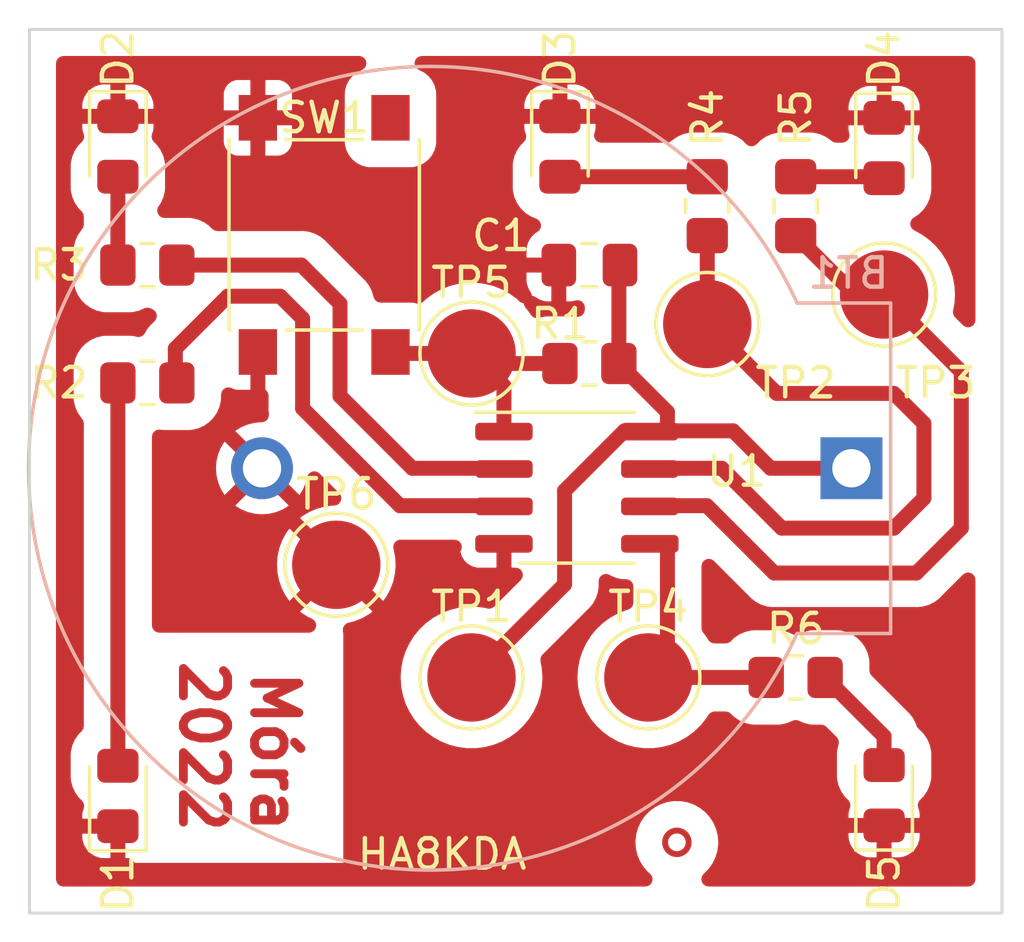
<source format=kicad_pcb>
(kicad_pcb (version 20211014) (generator pcbnew)
  (layers (0 "F.Cu" signal) (31 "B.Cu" signal) (34 "B.Paste" user) (35 "F.Paste" user) (36 "B.SilkS" user "B.Silkscreen") (37 "F.SilkS" user "F.Silkscreen") (38 "B.Mask" user) (39 "F.Mask" user) (44 "Edge.Cuts" user))
  (net 0 "")
  (net 1 "+3V0")
  (net 2 "GND")
  (net 3 "Net-(D1-Pad2)")
  (net 4 "Net-(D2-Pad2)")
  (net 5 "Net-(D3-Pad2)")
  (net 6 "Net-(D4-Pad2)")
  (net 7 "Net-(D5-Pad2)")
  (net 8 "/reset")
  (net 9 "Net-(R2-Pad1)")
  (net 10 "Net-(R3-Pad1)")
  (net 11 "/SCK")
  (net 12 "/SDO")
  (net 13 "/SDI")
  (footprint "Resistor_SMD:R_0805_2012Metric_Pad1.20x1.40mm_HandSolder" (layer "F.Cu") (at 129 80)
    (fp_text reference "R6" (at 0 -1.65) (layer "F.SilkS"))
    (fp_text value "120")
    (fp_line (start -0.227064 0.735) (end 0.227064 0.735) (layer "F.SilkS") (width 0.12))
    (fp_line (start -0.227064 -0.735) (end 0.227064 -0.735) (layer "F.SilkS") (width 0.12))
    (pad "1" smd roundrect (at -1 0) (size 1.2 1.4) (layers "F.Cu" "F.Paste" "F.Mask") (roundrect_rratio 0.208333) (net 13 "/SDI"))
    (pad "2" smd roundrect (at 1 0) (size 1.2 1.4) (layers "F.Cu" "F.Paste" "F.Mask") (roundrect_rratio 0.208333) (net 7 "Net-(D5-Pad2)"))
  )
  (footprint "Resistor_SMD:R_0805_2012Metric_Pad1.20x1.40mm_HandSolder" (layer "F.Cu") (at 129 64 90)
    (fp_text reference "R5" (at 3 0 90) (layer "F.SilkS"))
    (fp_text value "120")
    (fp_line (start -0.227064 -0.735) (end 0.227064 -0.735) (layer "F.SilkS") (width 0.12))
    (fp_line (start -0.227064 0.735) (end 0.227064 0.735) (layer "F.SilkS") (width 0.12))
    (pad "1" smd roundrect (at -1 0 90) (size 1.2 1.4) (layers "F.Cu" "F.Paste" "F.Mask") (roundrect_rratio 0.208333) (net 12 "/SDO"))
    (pad "2" smd roundrect (at 1 0 90) (size 1.2 1.4) (layers "F.Cu" "F.Paste" "F.Mask") (roundrect_rratio 0.208333) (net 6 "Net-(D4-Pad2)"))
  )
  (footprint "TestPoint:TestPoint_Pad_D3.0mm" (layer "F.Cu") (at 113.411 76.1746)
    (fp_text reference "TP6" (at 0 -2.398) (layer "F.SilkS"))
    (fp_text value "TestPoint")
    (fp_circle (center 0 0) (end 0 1.75) (layer "F.SilkS") (width 0.12) (fill none))
    (pad "1" smd circle (at 0 0) (size 3 3) (layers "F.Cu" "F.Mask") (net 2 "GND"))
  )
  (footprint "TestPoint:TestPoint_Pad_D3.0mm" (layer "F.Cu") (at 132 67)
    (fp_text reference "TP3" (at 1.75 3) (layer "F.SilkS"))
    (fp_text value "TestPoint")
    (fp_circle (center 0 0) (end 0 1.75) (layer "F.SilkS") (width 0.12) (fill none))
    (pad "1" smd circle (at 0 0) (size 3 3) (layers "F.Cu" "F.Mask") (net 12 "/SDO"))
  )
  (footprint "TestPoint:TestPoint_Pad_D3.0mm" (layer "F.Cu") (at 124 80)
    (fp_text reference "TP4" (at 0 -2.398) (layer "F.SilkS"))
    (fp_text value "TestPoint")
    (fp_circle (center 0 0) (end 0 1.75) (layer "F.SilkS") (width 0.12) (fill none))
    (pad "1" smd circle (at 0 0) (size 3 3) (layers "F.Cu" "F.Mask") (net 13 "/SDI"))
  )
  (footprint "Resistor_SMD:R_0805_2012Metric_Pad1.20x1.40mm_HandSolder" (layer "F.Cu") (at 126 64 90)
    (fp_text reference "R4" (at 3 0 90) (layer "F.SilkS"))
    (fp_text value "120")
    (fp_line (start -0.227064 -0.735) (end 0.227064 -0.735) (layer "F.SilkS") (width 0.12))
    (fp_line (start -0.227064 0.735) (end 0.227064 0.735) (layer "F.SilkS") (width 0.12))
    (pad "1" smd roundrect (at -1 0 90) (size 1.2 1.4) (layers "F.Cu" "F.Paste" "F.Mask") (roundrect_rratio 0.208333) (net 11 "/SCK"))
    (pad "2" smd roundrect (at 1 0 90) (size 1.2 1.4) (layers "F.Cu" "F.Paste" "F.Mask") (roundrect_rratio 0.208333) (net 5 "Net-(D3-Pad2)"))
  )
  (footprint "LED_SMD:LED_0805_2012Metric_Pad1.15x1.40mm_HandSolder" (layer "F.Cu") (at 132 62.025 -90)
    (fp_text reference "D4" (at -3.025 0 90) (layer "F.SilkS"))
    (fp_text value "yellow")
    (fp_line (start -1.86 -0.96) (end -1.86 0.96) (layer "F.SilkS") (width 0.12))
    (fp_line (start 1 -0.96) (end -1.86 -0.96) (layer "F.SilkS") (width 0.12))
    (fp_line (start -1.86 0.96) (end 1 0.96) (layer "F.SilkS") (width 0.12))
    (pad "1" smd roundrect (at -1.025 0 270) (size 1.15 1.4) (layers "F.Cu" "F.Paste" "F.Mask") (roundrect_rratio 0.217391) (net 2 "GND"))
    (pad "2" smd roundrect (at 1.025 0 270) (size 1.15 1.4) (layers "F.Cu" "F.Paste" "F.Mask") (roundrect_rratio 0.217391) (net 6 "Net-(D4-Pad2)"))
  )
  (footprint "TestPoint:TestPoint_Pad_D3.0mm" (layer "F.Cu") (at 118 80)
    (fp_text reference "TP1" (at 0 -2.398) (layer "F.SilkS"))
    (fp_text value "TestPoint")
    (fp_circle (center 0 0) (end 0 1.75) (layer "F.SilkS") (width 0.12) (fill none))
    (pad "1" smd circle (at 0 0) (size 3 3) (layers "F.Cu" "F.Mask") (net 1 "+3V0"))
  )
  (footprint "TestPoint:TestPoint_Pad_D3.0mm" (layer "F.Cu") (at 126 68)
    (fp_text reference "TP2" (at 3 2) (layer "F.SilkS"))
    (fp_text value "TestPoint")
    (fp_circle (center 0 0) (end 0 1.75) (layer "F.SilkS") (width 0.12) (fill none))
    (pad "1" smd circle (at 0 0) (size 3 3) (layers "F.Cu" "F.Mask") (net 11 "/SCK"))
  )
  (footprint "TestPoint:TestPoint_Pad_D3.0mm" (layer "F.Cu") (at 118 69)
    (fp_text reference "TP5" (at 0 -2.398) (layer "F.SilkS"))
    (fp_text value "TestPoint")
    (fp_circle (center 0 0) (end 0 1.75) (layer "F.SilkS") (width 0.12) (fill none))
    (pad "1" smd circle (at 0 0) (size 3 3) (layers "F.Cu" "F.Mask") (net 8 "/reset"))
  )
  (footprint "Package_SO:SOIC-8_3.9x4.9mm_P1.27mm" (layer "F.Cu") (at 121.5756 73.5584)
    (fp_text reference "U1" (at 5.4244 -0.5584) (layer "F.SilkS"))
    (fp_text value "ATtiny13A-SS")
    (fp_line (start 0 -2.56) (end -3.45 -2.56) (layer "F.SilkS") (width 0.12))
    (fp_line (start 0 2.56) (end 1.95 2.56) (layer "F.SilkS") (width 0.12))
    (fp_line (start 0 2.56) (end -1.95 2.56) (layer "F.SilkS") (width 0.12))
    (fp_line (start 0 -2.56) (end 1.95 -2.56) (layer "F.SilkS") (width 0.12))
    (pad "1" smd roundrect (at -2.475 -1.905) (size 1.95 0.6) (layers "F.Cu" "F.Paste" "F.Mask") (net 8 "/reset"))
    (pad "2" smd roundrect (at -2.475 -0.635) (size 1.95 0.6) (layers "F.Cu" "F.Paste" "F.Mask") (net 10 "Net-(R3-Pad1)"))
    (pad "3" smd roundrect (at -2.475 0.635) (size 1.95 0.6) (layers "F.Cu" "F.Paste" "F.Mask") (net 9 "Net-(R2-Pad1)"))
    (pad "4" smd roundrect (at -2.475 1.905) (size 1.95 0.6) (layers "F.Cu" "F.Paste" "F.Mask") (net 2 "GND"))
    (pad "5" smd roundrect (at 2.475 1.905) (size 1.95 0.6) (layers "F.Cu" "F.Paste" "F.Mask") (net 13 "/SDI"))
    (pad "6" smd roundrect (at 2.475 0.635) (size 1.95 0.6) (layers "F.Cu" "F.Paste" "F.Mask") (net 12 "/SDO"))
    (pad "7" smd roundrect (at 2.475 -0.635) (size 1.95 0.6) (layers "F.Cu" "F.Paste" "F.Mask") (net 11 "/SCK"))
    (pad "8" smd roundrect (at 2.475 -1.905) (size 1.95 0.6) (layers "F.Cu" "F.Paste" "F.Mask") (net 1 "+3V0"))
  )
  (footprint "Button_Switch_SMD:SW_Push_1P1T_NO_6x6mm_H9.5mm" (layer "F.Cu") (at 113 64.975 90)
    (fp_text reference "SW1" (at 3.975 0 180) (layer "F.SilkS"))
    (fp_text value "reset")
    (fp_line (start -3.23 -1.3) (end -3.23 1.3) (layer "F.SilkS") (width 0.12))
    (fp_line (start 3.23 -1.3) (end 3.23 1.3) (layer "F.SilkS") (width 0.12))
    (fp_line (start 3.23 3.23) (end 3.23 3.2) (layer "F.SilkS") (width 0.12))
    (fp_line (start -3.23 -3.23) (end 3.23 -3.23) (layer "F.SilkS") (width 0.12))
    (fp_line (start -3.23 -3.2) (end -3.23 -3.23) (layer "F.SilkS") (width 0.12))
    (fp_line (start -3.23 3.23) (end 3.23 3.23) (layer "F.SilkS") (width 0.12))
    (fp_line (start 3.23 -3.23) (end 3.23 -3.2) (layer "F.SilkS") (width 0.12))
    (fp_line (start -3.23 3.23) (end -3.23 3.2) (layer "F.SilkS") (width 0.12))
    (pad "1" smd rect (at 3.975 -2.25 90) (size 1.55 1.3) (layers "F.Cu" "F.Paste" "F.Mask") (net 2 "GND"))
    (pad "1" smd rect (at -3.975 -2.25 90) (size 1.55 1.3) (layers "F.Cu" "F.Paste" "F.Mask") (net 2 "GND"))
    (pad "2" smd rect (at 3.975 2.25 90) (size 1.55 1.3) (layers "F.Cu" "F.Paste" "F.Mask") (net 8 "/reset"))
    (pad "2" smd rect (at -3.975 2.25 90) (size 1.55 1.3) (layers "F.Cu" "F.Paste" "F.Mask") (net 8 "/reset"))
  )
  (footprint "Resistor_SMD:R_0805_2012Metric_Pad1.20x1.40mm_HandSolder" (layer "F.Cu") (at 122 69.342 180)
    (fp_text reference "R1" (at 1 1.342) (layer "F.SilkS"))
    (fp_text value "9k1")
    (fp_line (start -0.227064 0.735) (end 0.227064 0.735) (layer "F.SilkS") (width 0.12))
    (fp_line (start -0.227064 -0.735) (end 0.227064 -0.735) (layer "F.SilkS") (width 0.12))
    (pad "1" smd roundrect (at -1 0 180) (size 1.2 1.4) (layers "F.Cu" "F.Paste" "F.Mask") (roundrect_rratio 0.208333) (net 1 "+3V0"))
    (pad "2" smd roundrect (at 1 0 180) (size 1.2 1.4) (layers "F.Cu" "F.Paste" "F.Mask") (roundrect_rratio 0.208333) (net 8 "/reset"))
  )
  (footprint "LED_SMD:LED_0805_2012Metric_Pad1.15x1.40mm_HandSolder" (layer "F.Cu") (at 106 84.025 90)
    (fp_text reference "D1" (at -2.975 0 90) (layer "F.SilkS"))
    (fp_text value "yellow")
    (fp_line (start -1.86 -0.96) (end -1.86 0.96) (layer "F.SilkS") (width 0.12))
    (fp_line (start -1.86 0.96) (end 1 0.96) (layer "F.SilkS") (width 0.12))
    (fp_line (start 1 -0.96) (end -1.86 -0.96) (layer "F.SilkS") (width 0.12))
    (pad "1" smd roundrect (at -1.025 0 90) (size 1.15 1.4) (layers "F.Cu" "F.Paste" "F.Mask") (roundrect_rratio 0.217391) (net 2 "GND"))
    (pad "2" smd roundrect (at 1.025 0 90) (size 1.15 1.4) (layers "F.Cu" "F.Paste" "F.Mask") (roundrect_rratio 0.217391) (net 3 "Net-(D1-Pad2)"))
  )
  (footprint "Resistor_SMD:R_0805_2012Metric_Pad1.20x1.40mm_HandSolder" (layer "F.Cu") (at 107 70 180)
    (fp_text reference "R2" (at 3 0) (layer "F.SilkS"))
    (fp_text value "120")
    (fp_line (start -0.227064 -0.735) (end 0.227064 -0.735) (layer "F.SilkS") (width 0.12))
    (fp_line (start -0.227064 0.735) (end 0.227064 0.735) (layer "F.SilkS") (width 0.12))
    (pad "1" smd roundrect (at -1 0 180) (size 1.2 1.4) (layers "F.Cu" "F.Paste" "F.Mask") (roundrect_rratio 0.208333) (net 9 "Net-(R2-Pad1)"))
    (pad "2" smd roundrect (at 1 0 180) (size 1.2 1.4) (layers "F.Cu" "F.Paste" "F.Mask") (roundrect_rratio 0.208333) (net 3 "Net-(D1-Pad2)"))
  )
  (footprint "Capacitor_SMD:C_0805_2012Metric_Pad1.18x1.45mm_HandSolder" (layer "F.Cu") (at 122 66 180)
    (fp_text reference "C1" (at 3 1) (layer "F.SilkS"))
    (fp_text value "100n")
    (fp_line (start -0.261252 -0.735) (end 0.261252 -0.735) (layer "F.SilkS") (width 0.12))
    (fp_line (start -0.261252 0.735) (end 0.261252 0.735) (layer "F.SilkS") (width 0.12))
    (pad "1" smd roundrect (at -1.0375 0 180) (size 1.175 1.45) (layers "F.Cu" "F.Paste" "F.Mask") (roundrect_rratio 0.212766) (net 1 "+3V0"))
    (pad "2" smd roundrect (at 1.0375 0 180) (size 1.175 1.45) (layers "F.Cu" "F.Paste" "F.Mask") (roundrect_rratio 0.212766) (net 2 "GND"))
  )
  (footprint "LED_SMD:LED_0805_2012Metric_Pad1.15x1.40mm_HandSolder" (layer "F.Cu") (at 121 61.975 -90)
    (fp_text reference "D3" (at -2.975 0 90) (layer "F.SilkS"))
    (fp_text value "yellow")
    (fp_line (start 1 -0.96) (end -1.86 -0.96) (layer "F.SilkS") (width 0.12))
    (fp_line (start -1.86 -0.96) (end -1.86 0.96) (layer "F.SilkS") (width 0.12))
    (fp_line (start -1.86 0.96) (end 1 0.96) (layer "F.SilkS") (width 0.12))
    (pad "1" smd roundrect (at -1.025 0 270) (size 1.15 1.4) (layers "F.Cu" "F.Paste" "F.Mask") (roundrect_rratio 0.217391) (net 2 "GND"))
    (pad "2" smd roundrect (at 1.025 0 270) (size 1.15 1.4) (layers "F.Cu" "F.Paste" "F.Mask") (roundrect_rratio 0.217391) (net 5 "Net-(D3-Pad2)"))
  )
  (footprint "Resistor_SMD:R_0805_2012Metric_Pad1.20x1.40mm_HandSolder" (layer "F.Cu") (at 107 66 180)
    (fp_text reference "R3" (at 3 0) (layer "F.SilkS"))
    (fp_text value "120")
    (fp_line (start -0.227064 -0.735) (end 0.227064 -0.735) (layer "F.SilkS") (width 0.12))
    (fp_line (start -0.227064 0.735) (end 0.227064 0.735) (layer "F.SilkS") (width 0.12))
    (pad "1" smd roundrect (at -1 0 180) (size 1.2 1.4) (layers "F.Cu" "F.Paste" "F.Mask") (roundrect_rratio 0.208333) (net 10 "Net-(R3-Pad1)"))
    (pad "2" smd roundrect (at 1 0 180) (size 1.2 1.4) (layers "F.Cu" "F.Paste" "F.Mask") (roundrect_rratio 0.208333) (net 4 "Net-(D2-Pad2)"))
  )
  (footprint "LED_SMD:LED_0805_2012Metric_Pad1.15x1.40mm_HandSolder" (layer "F.Cu") (at 132 84 90)
    (fp_text reference "D5" (at -3 0 90) (layer "F.SilkS"))
    (fp_text value "yellow")
    (fp_line (start 1 -0.96) (end -1.86 -0.96) (layer "F.SilkS") (width 0.12))
    (fp_line (start -1.86 0.96) (end 1 0.96) (layer "F.SilkS") (width 0.12))
    (fp_line (start -1.86 -0.96) (end -1.86 0.96) (layer "F.SilkS") (width 0.12))
    (pad "1" smd roundrect (at -1.025 0 90) (size 1.15 1.4) (layers "F.Cu" "F.Paste" "F.Mask") (roundrect_rratio 0.217391) (net 2 "GND"))
    (pad "2" smd roundrect (at 1.025 0 90) (size 1.15 1.4) (layers "F.Cu" "F.Paste" "F.Mask") (roundrect_rratio 0.217391) (net 7 "Net-(D5-Pad2)"))
  )
  (footprint "LED_SMD:LED_0805_2012Metric_Pad1.15x1.40mm_HandSolder" (layer "F.Cu") (at 106 61.975 -90)
    (fp_text reference "D2" (at -2.975 0 90) (layer "F.SilkS"))
    (fp_text value "yellow")
    (fp_line (start -1.86 0.96) (end 1 0.96) (layer "F.SilkS") (width 0.12))
    (fp_line (start 1 -0.96) (end -1.86 -0.96) (layer "F.SilkS") (width 0.12))
    (fp_line (start -1.86 -0.96) (end -1.86 0.96) (layer "F.SilkS") (width 0.12))
    (pad "1" smd roundrect (at -1.025 0 270) (size 1.15 1.4) (layers "F.Cu" "F.Paste" "F.Mask") (roundrect_rratio 0.217391) (net 2 "GND"))
    (pad "2" smd roundrect (at 1.025 0 270) (size 1.15 1.4) (layers "F.Cu" "F.Paste" "F.Mask") (roundrect_rratio 0.217391) (net 4 "Net-(D2-Pad2)"))
  )
  (footprint "Battery:BatteryHolder_ComfortableElectronic_CH273-2450_1x2450" (layer "B.Cu") (at 130.891086 72.898 180)
    (fp_text reference "BT1" (at 0.1 6.62) (layer "B.SilkS") (effects (justify mirror)))
    (fp_text value "CR2032 3V")
    (fp_line (start 1.845 -5.61) (end -1.33 -5.61) (layer "B.SilkS") (width 0.12))
    (fp_line (start -1.33 5.61) (end 1.845 5.61) (layer "B.SilkS") (width 0.12))
    (fp_line (start -1.33 -5.61) (end -1.33 5.61) (layer "B.SilkS") (width 0.12))
    (fp_arc (start 1.845 -5.61) (mid 27.921896 0) (end 1.845 5.61) (layer "B.SilkS") (width 0.12))
    (pad "1" thru_hole rect (at 0 0 270) (size 2.1 2.1) (drill 1.3) (layers *.Cu *.Mask) (net 1 "+3V0"))
    (pad "2" thru_hole circle (at 20 0 270) (size 2.1 2.1) (drill 1.3) (layers *.Cu *.Mask) (net 2 "GND"))
  )
  (gr_circle (center 124.968 85.598) (end 125.368 85.598) (layer "F.Cu") (width 0.2) (fill none))
  (gr_line (start 136 58) (end 136 88) (layer "Edge.Cuts") (width 0.1))
  (gr_line (start 103 58) (end 136 58) (layer "Edge.Cuts") (width 0.1))
  (gr_line (start 136 88) (end 103 88) (layer "Edge.Cuts") (width 0.1))
  (gr_line (start 103 88) (end 103 58) (layer "Edge.Cuts") (width 0.1))
  (gr_text "Móra\n2022" (at 110.109 85.3948 270) (layer "F.Cu") (effects (font (size 1.5 1.5) (thickness 0.3)) (justify right)))
  (gr_text "HA8KDA" (at 117 86) (layer "F.SilkS") (effects (font (size 1 1))))
  (segment (start 124.648 70.99) (end 123 69.342) (width 0.508) (layer "F.Cu") (net 1))
  (segment (start 130.891086 72.898) (end 128.148 72.898) (width 0.508) (layer "F.Cu") (net 1))
  (segment (start 126.878 71.628) (end 124.648 71.628) (width 0.508) (layer "F.Cu") (net 1))
  (segment (start 123 69.342) (end 123 66.0375) (width 0.508) (layer "F.Cu") (net 1))
  (segment (start 121.158 76.842) (end 121.158 73.66) (width 0.508) (layer "F.Cu") (net 1))
  (segment (start 128.148 72.898) (end 126.878 71.628) (width 0.508) (layer "F.Cu") (net 1))
  (segment (start 121.158 73.66) (end 123.19 71.628) (width 0.508) (layer "F.Cu") (net 1))
  (segment (start 118 80) (end 121.158 76.842) (width 0.508) (layer "F.Cu") (net 1))
  (segment (start 124.648 71.628) (end 124.648 70.99) (width 0.508) (layer "F.Cu") (net 1))
  (segment (start 123 66.0375) (end 123.0375 66) (width 0.508) (layer "F.Cu") (net 1))
  (segment (start 123.19 71.628) (end 124.648 71.628) (width 0.508) (layer "F.Cu") (net 1))
  (segment (start 106 83) (end 106 70) (width 0.508) (layer "F.Cu") (net 3))
  (segment (start 106 66) (end 106 63) (width 0.508) (layer "F.Cu") (net 4))
  (segment (start 126 63) (end 121 63) (width 0.508) (layer "F.Cu") (net 5))
  (segment (start 131.95 63) (end 132 63.05) (width 0.508) (layer "F.Cu") (net 6))
  (segment (start 129 63) (end 131.95 63) (width 0.508) (layer "F.Cu") (net 6))
  (segment (start 132 82.975) (end 132 82) (width 0.508) (layer "F.Cu") (net 7))
  (segment (start 132 82) (end 130 80) (width 0.508) (layer "F.Cu") (net 7))
  (segment (start 118 69) (end 115.3 69) (width 0.508) (layer "F.Cu") (net 8))
  (segment (start 118.342 69.342) (end 118 69) (width 0.508) (layer "F.Cu") (net 8))
  (segment (start 121 69.342) (end 118.342 69.342) (width 0.508) (layer "F.Cu") (net 8))
  (segment (start 119.1006 70.1006) (end 118 69) (width 0.508) (layer "F.Cu") (net 8))
  (segment (start 119.1006 71.6534) (end 119.1006 70.1006) (width 0.508) (layer "F.Cu") (net 8))
  (segment (start 115.3 69) (end 115.25 68.95) (width 0.508) (layer "F.Cu") (net 8))
  (segment (start 117.348 69.652) (end 118 69) (width 0.508) (layer "F.Cu") (net 8))
  (segment (start 107.95 69.95) (end 107.95 68.834) (width 0.508) (layer "F.Cu") (net 9))
  (segment (start 119.0752 74.168) (end 119.1006 74.1934) (width 0.508) (layer "F.Cu") (net 9))
  (segment (start 109.728 67.056) (end 111.506 67.056) (width 0.508) (layer "F.Cu") (net 9))
  (segment (start 112.268 70.866) (end 115.57 74.168) (width 0.508) (layer "F.Cu") (net 9))
  (segment (start 108 70) (end 107.95 69.95) (width 0.508) (layer "F.Cu") (net 9))
  (segment (start 111.506 67.056) (end 112.268 67.818) (width 0.508) (layer "F.Cu") (net 9))
  (segment (start 107.95 68.834) (end 109.728 67.056) (width 0.508) (layer "F.Cu") (net 9))
  (segment (start 112.268 67.818) (end 112.268 70.866) (width 0.508) (layer "F.Cu") (net 9))
  (segment (start 115.57 74.168) (end 119.0752 74.168) (width 0.508) (layer "F.Cu") (net 9))
  (segment (start 113.538 67.31) (end 113.538 70.446) (width 0.508) (layer "F.Cu") (net 10))
  (segment (start 113.538 70.446) (end 115.99 72.898) (width 0.508) (layer "F.Cu") (net 10))
  (segment (start 112.228 66) (end 113.538 67.31) (width 0.508) (layer "F.Cu") (net 10))
  (segment (start 119.0752 72.898) (end 119.1006 72.9234) (width 0.508) (layer "F.Cu") (net 10))
  (segment (start 115.99 72.898) (end 119.0752 72.898) (width 0.508) (layer "F.Cu") (net 10))
  (segment (start 108 66) (end 112.228 66) (width 0.508) (layer "F.Cu") (net 10))
  (segment (start 133.35 71.374) (end 132.334 70.358) (width 0.508) (layer "F.Cu") (net 11))
  (segment (start 126 65) (end 126 68) (width 0.508) (layer "F.Cu") (net 11))
  (segment (start 133.35 73.914) (end 133.35 71.374) (width 0.508) (layer "F.Cu") (net 11))
  (segment (start 132.334 70.358) (end 128.358 70.358) (width 0.508) (layer "F.Cu") (net 11))
  (segment (start 132.334 74.93) (end 133.35 73.914) (width 0.508) (layer "F.Cu") (net 11))
  (segment (start 126.492 72.898) (end 128.524 74.93) (width 0.508) (layer "F.Cu") (net 11))
  (segment (start 124.648 72.898) (end 126.492 72.898) (width 0.508) (layer "F.Cu") (net 11))
  (segment (start 128.358 70.358) (end 126 68) (width 0.508) (layer "F.Cu") (net 11))
  (segment (start 128.524 74.93) (end 132.334 74.93) (width 0.508) (layer "F.Cu") (net 11))
  (segment (start 132 67) (end 131 67) (width 0.508) (layer "F.Cu") (net 12))
  (segment (start 124.648 74.168) (end 125.984 74.168) (width 0.508) (layer "F.Cu") (net 12))
  (segment (start 131 67) (end 129 65) (width 0.508) (layer "F.Cu") (net 12))
  (segment (start 133.096 76.454) (end 134.62 74.93) (width 0.508) (layer "F.Cu") (net 12))
  (segment (start 125.984 74.168) (end 128.27 76.454) (width 0.508) (layer "F.Cu") (net 12))
  (segment (start 128.27 76.454) (end 133.096 76.454) (width 0.508) (layer "F.Cu") (net 12))
  (segment (start 134.62 74.93) (end 134.62 69.62) (width 0.508) (layer "F.Cu") (net 12))
  (segment (start 134.62 69.62) (end 132 67) (width 0.508) (layer "F.Cu") (net 12))
  (segment (start 128 80) (end 124 80) (width 0.508) (layer "F.Cu") (net 13))
  (segment (start 124.648 79.352) (end 124 80) (width 0.508) (layer "F.Cu") (net 13))
  (segment (start 124.648 75.438) (end 124.648 79.352) (width 0.508) (layer "F.Cu") (net 13))
  (zone (net 2) (net_name "GND") (layer "F.Cu") (connect_pads (clearance 0.9)) (min_thickness 0.5) (fill yes (thermal_gap 0.508) (thermal_bridge_width 0.508))
    (polygon (pts (xy 136.75 89) (xy 102 89) (xy 102 57) (xy 136.75 57)))
  )
)
</source>
